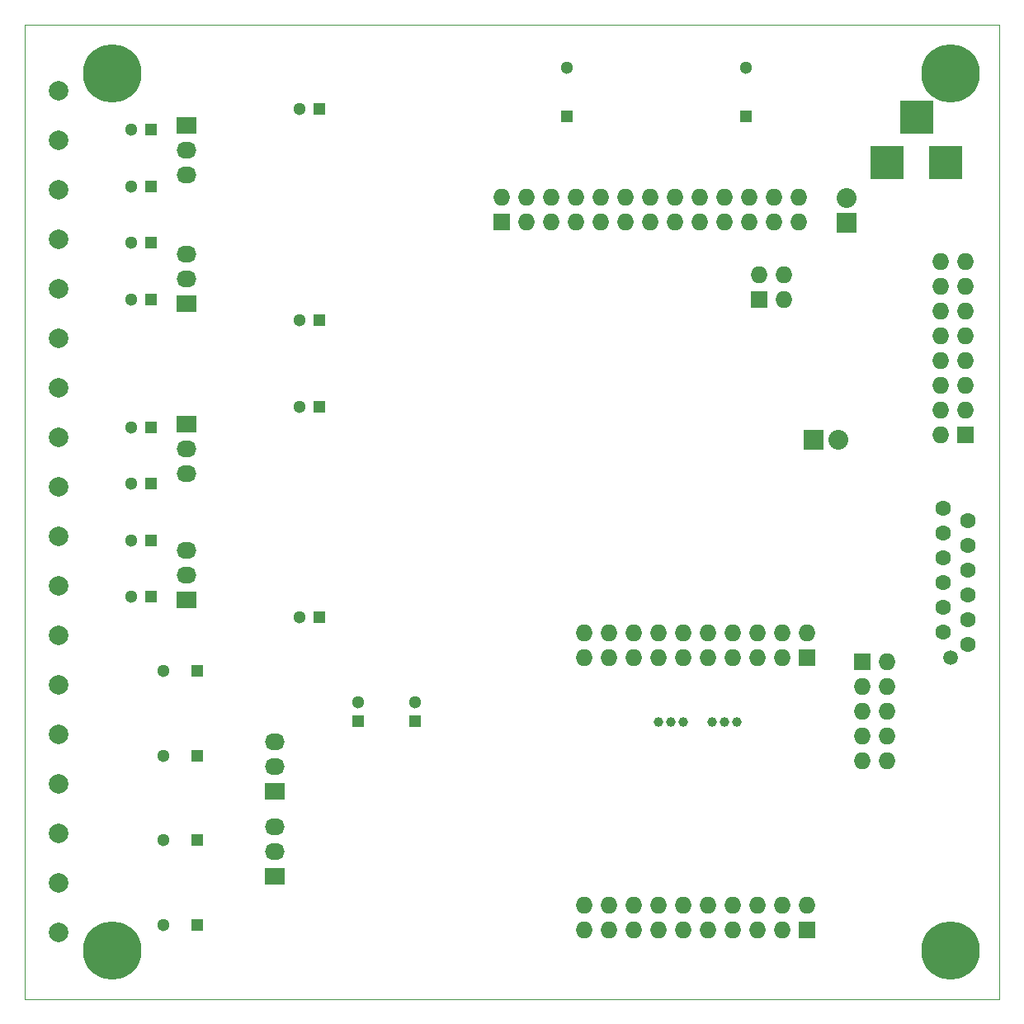
<source format=gbr>
G04 #@! TF.FileFunction,Soldermask,Bot*
%FSLAX46Y46*%
G04 Gerber Fmt 4.6, Leading zero omitted, Abs format (unit mm)*
G04 Created by KiCad (PCBNEW 4.0.2-stable) date Dienstag, 30. August 2016 22:51:31*
%MOMM*%
G01*
G04 APERTURE LIST*
%ADD10C,0.100000*%
%ADD11R,1.727200X1.727200*%
%ADD12O,1.727200X1.727200*%
%ADD13R,2.032000X2.032000*%
%ADD14O,2.032000X2.032000*%
%ADD15C,1.300000*%
%ADD16R,1.300000X1.300000*%
%ADD17R,2.032000X1.727200*%
%ADD18O,2.032000X1.727200*%
%ADD19C,2.000000*%
%ADD20C,6.000000*%
%ADD21C,1.000000*%
%ADD22R,3.500120X3.500120*%
%ADD23C,1.600000*%
%ADD24C,1.500000*%
G04 APERTURE END LIST*
D10*
X200000000Y-150000000D02*
X200000000Y-50000000D01*
X100000000Y-150000000D02*
X200000000Y-150000000D01*
X100000000Y-50000000D02*
X200000000Y-50000000D01*
X100000000Y-150000000D02*
X100000000Y-50000000D01*
D11*
X148966000Y-70285732D03*
D12*
X148966000Y-67745732D03*
X151506000Y-70285732D03*
X151506000Y-67745732D03*
X154046000Y-70285732D03*
X154046000Y-67745732D03*
X156586000Y-70285732D03*
X156586000Y-67745732D03*
X159126000Y-70285732D03*
X159126000Y-67745732D03*
X161666000Y-70285732D03*
X161666000Y-67745732D03*
X164206000Y-70285732D03*
X164206000Y-67745732D03*
X166746000Y-70285732D03*
X166746000Y-67745732D03*
X169286000Y-70285732D03*
X169286000Y-67745732D03*
X171826000Y-70285732D03*
X171826000Y-67745732D03*
X174366000Y-70285732D03*
X174366000Y-67745732D03*
X176906000Y-70285732D03*
X176906000Y-67745732D03*
X179446000Y-70285732D03*
X179446000Y-67745732D03*
D11*
X175360000Y-78200000D03*
D12*
X175360000Y-75660000D03*
X177900000Y-78200000D03*
X177900000Y-75660000D03*
D11*
X185960000Y-115420000D03*
D12*
X188500000Y-115420000D03*
X185960000Y-117960000D03*
X188500000Y-117960000D03*
X185960000Y-120500000D03*
X188500000Y-120500000D03*
X185960000Y-123040000D03*
X188500000Y-123040000D03*
X185960000Y-125580000D03*
X188500000Y-125580000D03*
D13*
X184300000Y-70300000D03*
D14*
X184300000Y-67760000D03*
D15*
X114200000Y-116300000D03*
D16*
X117700000Y-116300000D03*
D15*
X114200000Y-125000000D03*
D16*
X117700000Y-125000000D03*
D15*
X114200000Y-133700000D03*
D16*
X117700000Y-133700000D03*
D15*
X114200000Y-142400000D03*
D16*
X117700000Y-142400000D03*
D17*
X125600000Y-128700000D03*
D18*
X125600000Y-126160000D03*
X125600000Y-123620000D03*
D17*
X125600000Y-137440000D03*
D18*
X125600000Y-134900000D03*
X125600000Y-132360000D03*
D19*
X103500000Y-117780000D03*
X103500000Y-122860000D03*
X103500000Y-127940000D03*
X103500000Y-133020000D03*
X103500000Y-138100000D03*
X103500000Y-143180000D03*
X103500000Y-56820000D03*
X103500000Y-61900000D03*
X103500000Y-66980000D03*
X103500000Y-72060000D03*
X103500000Y-77140000D03*
X103500000Y-82220000D03*
X103500000Y-87300000D03*
X103500000Y-92380000D03*
X103500000Y-97460000D03*
X103500000Y-102540000D03*
X103500000Y-107620000D03*
X103500000Y-112700000D03*
D20*
X109000000Y-55000000D03*
X109000000Y-145000000D03*
X195000000Y-55000000D03*
X195000000Y-145000000D03*
D16*
X174000000Y-59400000D03*
D15*
X174000000Y-54400000D03*
D16*
X155600000Y-59400000D03*
D15*
X155600000Y-54400000D03*
D11*
X180230000Y-114930000D03*
D12*
X180230000Y-112390000D03*
X177690000Y-114930000D03*
X177690000Y-112390000D03*
X175150000Y-114930000D03*
X175150000Y-112390000D03*
X172610000Y-114930000D03*
X172610000Y-112390000D03*
X170070000Y-114930000D03*
X170070000Y-112390000D03*
X167530000Y-114930000D03*
X167530000Y-112390000D03*
X164990000Y-114930000D03*
X164990000Y-112390000D03*
X162450000Y-114930000D03*
X162450000Y-112390000D03*
X159910000Y-114930000D03*
X159910000Y-112390000D03*
X157370000Y-114930000D03*
X157370000Y-112390000D03*
D11*
X180230000Y-142870000D03*
D12*
X180230000Y-140330000D03*
X177690000Y-142870000D03*
X177690000Y-140330000D03*
X175150000Y-142870000D03*
X175150000Y-140330000D03*
X172610000Y-142870000D03*
X172610000Y-140330000D03*
X170070000Y-142870000D03*
X170070000Y-140330000D03*
X167530000Y-142870000D03*
X167530000Y-140330000D03*
X164990000Y-142870000D03*
X164990000Y-140330000D03*
X162450000Y-142870000D03*
X162450000Y-140330000D03*
X159910000Y-142870000D03*
X159910000Y-140330000D03*
X157370000Y-142870000D03*
X157370000Y-140330000D03*
D21*
X171770000Y-121600000D03*
X173040000Y-121600000D03*
X170500000Y-121600000D03*
X166270000Y-121600000D03*
X167540000Y-121600000D03*
X165000000Y-121600000D03*
D13*
X180900000Y-92600000D03*
D14*
X183440000Y-92600000D03*
D16*
X134200000Y-121500000D03*
D15*
X134200000Y-119500000D03*
D16*
X140000000Y-121500000D03*
D15*
X140000000Y-119500000D03*
D16*
X130200000Y-89200000D03*
D15*
X128200000Y-89200000D03*
D16*
X112900000Y-97100000D03*
D15*
X110900000Y-97100000D03*
D16*
X112900000Y-91300000D03*
D15*
X110900000Y-91300000D03*
D16*
X130200000Y-110800000D03*
D15*
X128200000Y-110800000D03*
D16*
X112900000Y-102900000D03*
D15*
X110900000Y-102900000D03*
D16*
X112900000Y-108700000D03*
D15*
X110900000Y-108700000D03*
D17*
X116600000Y-90960000D03*
D18*
X116600000Y-93500000D03*
X116600000Y-96040000D03*
D17*
X116600000Y-109040000D03*
D18*
X116600000Y-106500000D03*
X116600000Y-103960000D03*
D16*
X130200000Y-58700000D03*
D15*
X128200000Y-58700000D03*
D16*
X112900000Y-66600000D03*
D15*
X110900000Y-66600000D03*
D16*
X112900000Y-60800000D03*
D15*
X110900000Y-60800000D03*
D16*
X130200000Y-80300000D03*
D15*
X128200000Y-80300000D03*
D16*
X112900000Y-72400000D03*
D15*
X110900000Y-72400000D03*
D16*
X112900000Y-78200000D03*
D15*
X110900000Y-78200000D03*
D17*
X116600000Y-60360000D03*
D18*
X116600000Y-62900000D03*
X116600000Y-65440000D03*
D17*
X116600000Y-78640000D03*
D18*
X116600000Y-76100000D03*
X116600000Y-73560000D03*
D22*
X188499860Y-64200000D03*
X194499340Y-64200000D03*
X191499600Y-59501000D03*
D23*
X196770000Y-113600000D03*
X194230000Y-112330000D03*
X196770000Y-111060000D03*
X194230000Y-109790000D03*
X196770000Y-108520000D03*
X194230000Y-107250000D03*
X196770000Y-105980000D03*
X194230000Y-104710000D03*
X196770000Y-103440000D03*
X194230000Y-102170000D03*
X196770000Y-100900000D03*
X194230000Y-99630000D03*
D24*
X194970000Y-115000000D03*
D11*
X196540000Y-92100000D03*
D12*
X194000000Y-92100000D03*
X196540000Y-89560000D03*
X194000000Y-89560000D03*
X196540000Y-87020000D03*
X194000000Y-87020000D03*
X196540000Y-84480000D03*
X194000000Y-84480000D03*
X196540000Y-81940000D03*
X194000000Y-81940000D03*
X196540000Y-79400000D03*
X194000000Y-79400000D03*
X196540000Y-76860000D03*
X194000000Y-76860000D03*
X196540000Y-74320000D03*
X194000000Y-74320000D03*
M02*

</source>
